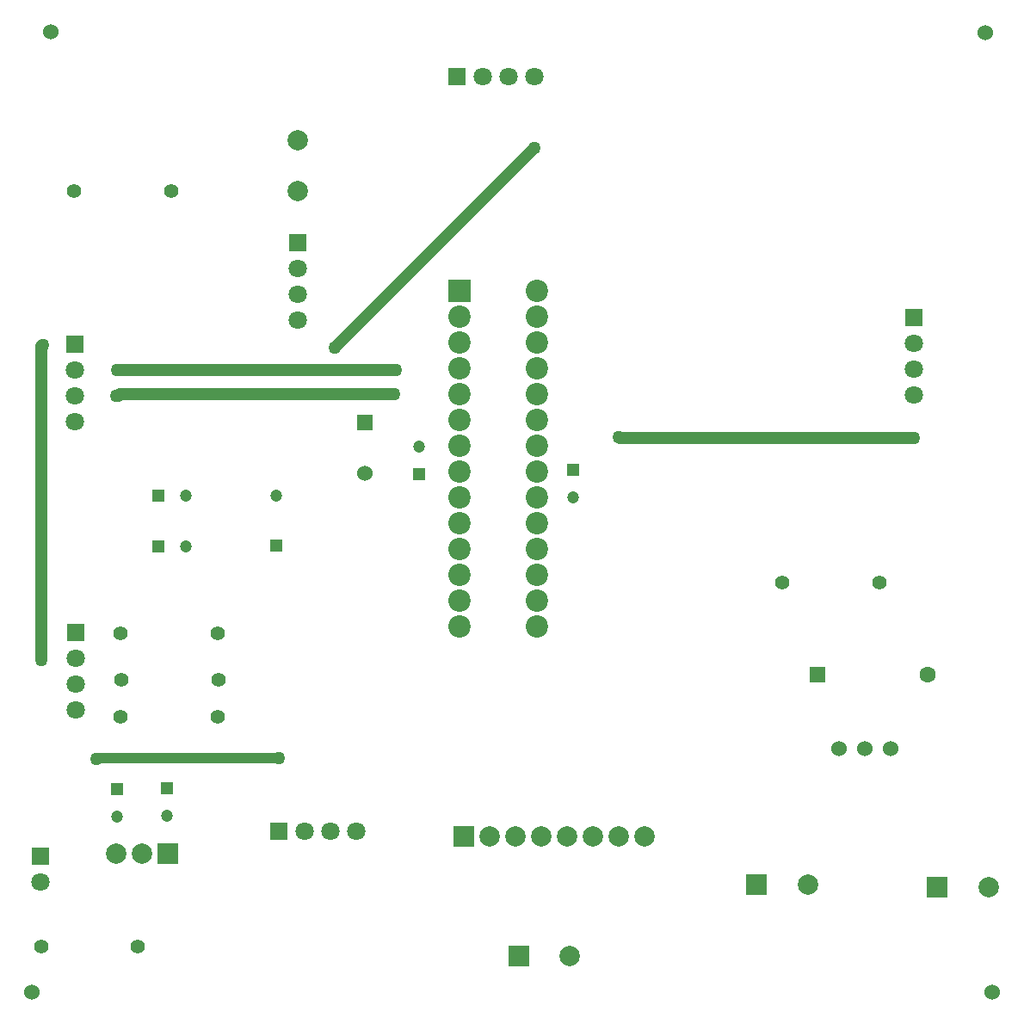
<source format=gbl>
G04*
G04 #@! TF.GenerationSoftware,Altium Limited,Altium Designer,24.7.2 (38)*
G04*
G04 Layer_Physical_Order=2*
G04 Layer_Color=16711680*
%FSLAX44Y44*%
%MOMM*%
G71*
G04*
G04 #@! TF.SameCoordinates,1EDC3C93-3594-418F-BBEB-7D1DC09533BD*
G04*
G04*
G04 #@! TF.FilePolarity,Positive*
G04*
G01*
G75*
%ADD27C,1.6000*%
%ADD28R,1.6000X1.6000*%
%ADD31C,1.0000*%
%ADD32C,1.2000*%
%ADD33C,1.5240*%
%ADD34C,2.2000*%
%ADD35C,2.0000*%
%ADD36C,1.4000*%
%ADD37C,1.8000*%
%ADD38R,1.8000X1.8000*%
%ADD39R,2.2000X2.2000*%
%ADD40C,1.2000*%
%ADD41R,1.2000X1.2000*%
%ADD42C,1.2000*%
%ADD43R,2.0000X2.0000*%
%ADD44R,1.8000X1.8000*%
%ADD45R,1.2000X1.2000*%
%ADD46R,1.5240X1.5240*%
%ADD47R,1.2000X1.2000*%
%ADD48C,1.2700*%
D27*
X910614Y338582D02*
D03*
D28*
X801854D02*
D03*
D31*
X93218Y256286D02*
X272034D01*
X92456Y255524D02*
X93218Y256286D01*
D32*
X326644Y660146D02*
X522986Y856488D01*
X111506Y612394D02*
X111695D01*
X112212Y612911D02*
X114023D01*
X115285Y614172D01*
X385318D01*
X111695Y612394D02*
X112212Y612911D01*
X606527Y571701D02*
X606621Y571796D01*
X607171Y571246D02*
X897128D01*
X606621Y571796D02*
X607171Y571246D01*
X113157Y637921D02*
X386969D01*
X387096Y637794D01*
X113030Y638048D02*
X113157Y637921D01*
X38577Y352806D02*
Y661449D01*
X39624Y662497D02*
Y662686D01*
X38577Y661449D02*
X39624Y662497D01*
D33*
X848868Y265176D02*
D03*
X874268D02*
D03*
X823468D02*
D03*
X356870Y536702D02*
D03*
X973836Y26162D02*
D03*
X29210D02*
D03*
X966724Y969518D02*
D03*
X47244Y970788D02*
D03*
D34*
X525526Y614680D02*
D03*
X449326Y487680D02*
D03*
Y513080D02*
D03*
X525526Y716280D02*
D03*
X449326Y690880D02*
D03*
X525526D02*
D03*
X449326Y665480D02*
D03*
X525526D02*
D03*
Y640080D02*
D03*
X449326D02*
D03*
Y614680D02*
D03*
X525526Y589280D02*
D03*
X449326D02*
D03*
Y563880D02*
D03*
X525526D02*
D03*
Y538480D02*
D03*
X449326D02*
D03*
X525526Y513080D02*
D03*
Y487680D02*
D03*
X449326Y386080D02*
D03*
Y411480D02*
D03*
Y436880D02*
D03*
Y462280D02*
D03*
X525526D02*
D03*
Y436880D02*
D03*
Y411480D02*
D03*
Y386080D02*
D03*
D35*
X606552Y179324D02*
D03*
X631952D02*
D03*
X290322Y813854D02*
D03*
X581152Y179324D02*
D03*
X555752D02*
D03*
X530352D02*
D03*
X504952D02*
D03*
X479552D02*
D03*
X558292Y61214D02*
D03*
X111760Y162052D02*
D03*
X137160D02*
D03*
X290322Y863854D02*
D03*
X792188Y131826D02*
D03*
X970026Y129032D02*
D03*
D36*
X116078Y296672D02*
D03*
X117348Y332994D02*
D03*
X116078Y379222D02*
D03*
X166112Y814324D02*
D03*
X211578Y296672D02*
D03*
Y379222D02*
D03*
X212848Y332994D02*
D03*
X133350Y70866D02*
D03*
X37850D02*
D03*
X70612Y814324D02*
D03*
X767588Y429006D02*
D03*
X863088D02*
D03*
D37*
X72390Y303530D02*
D03*
Y328930D02*
D03*
X347980Y184150D02*
D03*
X322580D02*
D03*
X297180D02*
D03*
X72390Y354330D02*
D03*
X70866Y586994D02*
D03*
Y612394D02*
D03*
Y637794D02*
D03*
X37084Y133858D02*
D03*
X896366Y613410D02*
D03*
Y638810D02*
D03*
Y664210D02*
D03*
X290830Y687070D02*
D03*
Y712470D02*
D03*
Y737870D02*
D03*
X523240Y927100D02*
D03*
X497840D02*
D03*
X472440D02*
D03*
D38*
X72390Y379730D02*
D03*
X70866Y663194D02*
D03*
X37084Y159258D02*
D03*
X896366Y689610D02*
D03*
X290830Y763270D02*
D03*
D39*
X449326Y716280D02*
D03*
D40*
X180340Y464820D02*
D03*
X180162Y514096D02*
D03*
X561848Y512826D02*
D03*
X162052Y199822D02*
D03*
X112522Y198882D02*
D03*
X409702Y562610D02*
D03*
D41*
X268986Y465074D02*
D03*
D42*
Y514074D02*
D03*
D43*
X454152Y179324D02*
D03*
X508292Y61214D02*
D03*
X162560Y162052D02*
D03*
X742188Y131826D02*
D03*
X920026Y129032D02*
D03*
D44*
X271780Y184150D02*
D03*
X447040Y927100D02*
D03*
D45*
X561848Y539826D02*
D03*
X162052Y226822D02*
D03*
X112522Y225882D02*
D03*
X409702Y535610D02*
D03*
D46*
X356870Y586702D02*
D03*
D47*
X153340Y464820D02*
D03*
X153162Y514096D02*
D03*
D48*
X92456Y255524D02*
D03*
X272034Y256286D02*
D03*
X39624Y662686D02*
D03*
X606298Y571930D02*
D03*
X38577Y352806D02*
D03*
X326644Y660146D02*
D03*
X522986Y856488D02*
D03*
X111506Y612394D02*
D03*
X385318Y614172D02*
D03*
X113030Y638048D02*
D03*
X387096Y637794D02*
D03*
X897128Y571246D02*
D03*
M02*

</source>
